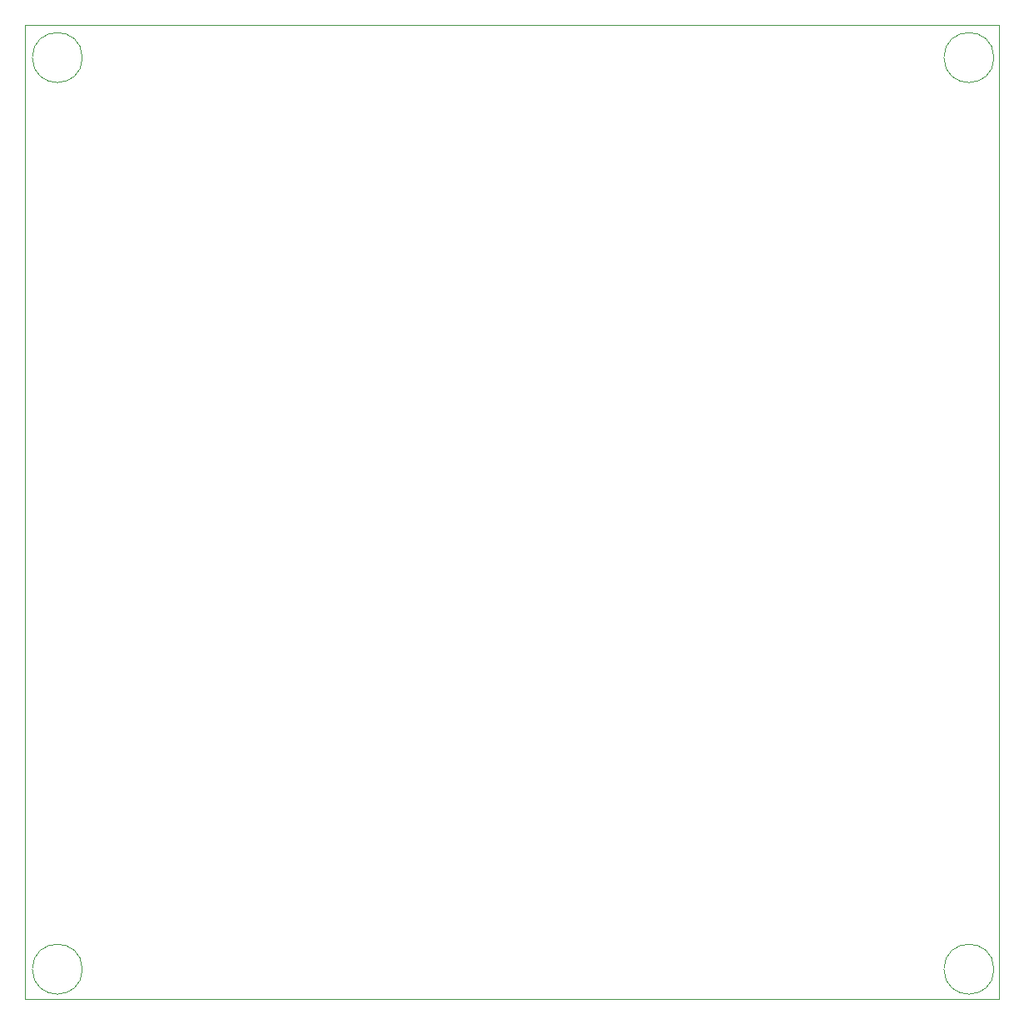
<source format=gm1>
%TF.GenerationSoftware,KiCad,Pcbnew,(5.1.8)-1*%
%TF.CreationDate,2020-12-20T02:03:12+03:00*%
%TF.ProjectId,BLDC_SensorlessWithLM339,424c4443-5f53-4656-9e73-6f726c657373,0.3*%
%TF.SameCoordinates,Original*%
%TF.FileFunction,Profile,NP*%
%FSLAX46Y46*%
G04 Gerber Fmt 4.6, Leading zero omitted, Abs format (unit mm)*
G04 Created by KiCad (PCBNEW (5.1.8)-1) date 2020-12-20 02:03:12*
%MOMM*%
%LPD*%
G01*
G04 APERTURE LIST*
%TA.AperFunction,Profile*%
%ADD10C,0.100000*%
%TD*%
G04 APERTURE END LIST*
D10*
X17780000Y-107950000D02*
G75*
G03*
X17780000Y-107950000I-2540000J0D01*
G01*
X110490000Y-107950000D02*
G75*
G03*
X110490000Y-107950000I-2540000J0D01*
G01*
X110490000Y-15240000D02*
G75*
G03*
X110490000Y-15240000I-2540000J0D01*
G01*
X17780000Y-15240000D02*
G75*
G03*
X17780000Y-15240000I-2540000J0D01*
G01*
X11938000Y-110998000D02*
X11938000Y-11938000D01*
X110998000Y-110998000D02*
X11938000Y-110998000D01*
X110998000Y-11938000D02*
X110998000Y-110998000D01*
X11938000Y-11938000D02*
X110998000Y-11938000D01*
M02*

</source>
